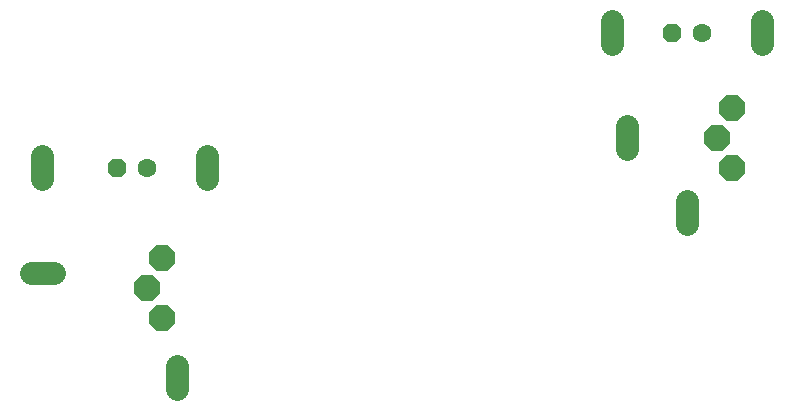
<source format=gbr>
G04 EAGLE Gerber RS-274X export*
G75*
%MOMM*%
%FSLAX34Y34*%
%LPD*%
%INBottom Copper*%
%IPPOS*%
%AMOC8*
5,1,8,0,0,1.08239X$1,22.5*%
G01*
%ADD10P,1.732040X8X202.500000*%
%ADD11C,1.600200*%
%ADD12C,1.981200*%
%ADD13P,2.336880X8X22.500000*%


D10*
X393700Y558800D03*
D11*
X419100Y558800D03*
D12*
X469900Y548894D02*
X469900Y568706D01*
X340106Y469900D02*
X320294Y469900D01*
X444500Y390906D02*
X444500Y371094D01*
X330200Y548894D02*
X330200Y568706D01*
D13*
X431800Y482600D03*
X419100Y457200D03*
X431800Y431800D03*
D10*
X863600Y673100D03*
D11*
X889000Y673100D03*
D12*
X939800Y663194D02*
X939800Y683006D01*
X825500Y594106D02*
X825500Y574294D01*
X876300Y530606D02*
X876300Y510794D01*
X812800Y663194D02*
X812800Y683006D01*
D13*
X914400Y609600D03*
X901700Y584200D03*
X914400Y558800D03*
M02*

</source>
